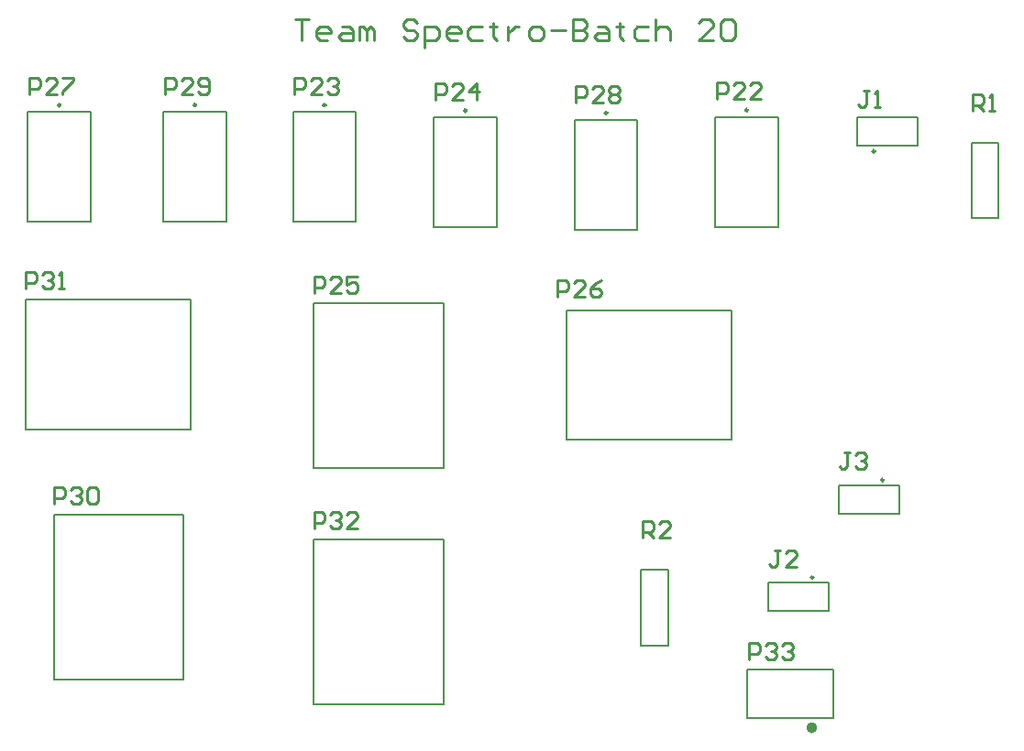
<source format=gto>
G04*
G04 #@! TF.GenerationSoftware,Altium Limited,Altium Designer,22.1.2 (22)*
G04*
G04 Layer_Color=65535*
%FSLAX25Y25*%
%MOIN*%
G70*
G04*
G04 #@! TF.SameCoordinates,D2A74ED6-6853-450D-875C-18D0DEDCCFCE*
G04*
G04*
G04 #@! TF.FilePolarity,Positive*
G04*
G01*
G75*
%ADD10C,0.00984*%
%ADD11C,0.01968*%
%ADD12C,0.00787*%
%ADD13C,0.01000*%
D10*
X173721Y238032D02*
G03*
X173721Y238032I-492J0D01*
G01*
X122539Y240000D02*
G03*
X122539Y240000I-492J0D01*
G01*
X276083Y238189D02*
G03*
X276083Y238189I-492J0D01*
G01*
X322264Y223228D02*
G03*
X322264Y223228I-492J0D01*
G01*
X75295Y240000D02*
G03*
X75295Y240000I-492J0D01*
G01*
X224902Y237126D02*
G03*
X224902Y237126I-492J0D01*
G01*
X26083Y240000D02*
G03*
X26083Y240000I-492J0D01*
G01*
X299862Y68110D02*
G03*
X299862Y68110I-492J0D01*
G01*
X325453Y103543D02*
G03*
X325453Y103543I-492J0D01*
G01*
D11*
X300197Y13386D02*
G03*
X300197Y13386I-984J0D01*
G01*
D12*
X210197Y118110D02*
X270118D01*
Y165354D01*
X210197D02*
X270118D01*
X210197Y118110D02*
Y165354D01*
X118110Y21968D02*
X165354D01*
X118110D02*
Y81889D01*
X165354D01*
Y21968D02*
Y81889D01*
X73268Y122047D02*
Y169291D01*
X13347Y122047D02*
X73268D01*
X13347D02*
Y169291D01*
X73268D01*
X23622Y31063D02*
X70866D01*
X23622D02*
Y90984D01*
X70866D01*
Y31063D02*
Y90984D01*
X118110Y107835D02*
X165354D01*
X118110D02*
Y167756D01*
X165354D01*
Y107835D02*
Y167756D01*
X161811Y235472D02*
X184646D01*
Y195472D02*
Y235472D01*
X161811Y195472D02*
X184646D01*
X161811D02*
Y235472D01*
X110630Y237441D02*
X133465D01*
Y197441D02*
Y237441D01*
X110630Y197441D02*
X133465D01*
X110630D02*
Y237441D01*
X264173Y235630D02*
X287008D01*
Y195630D02*
Y235630D01*
X264173Y195630D02*
X287008D01*
X264173D02*
Y235630D01*
X315787Y225118D02*
Y235512D01*
Y225118D02*
X337756D01*
Y235512D01*
X315787D02*
X337756D01*
X63386Y237441D02*
X86221D01*
Y197441D02*
Y237441D01*
X63386Y197441D02*
X86221D01*
X63386D02*
Y237441D01*
X212992Y234567D02*
X235827D01*
Y194567D02*
Y234567D01*
X212992Y194567D02*
X235827D01*
X212992D02*
Y234567D01*
X14173Y237441D02*
X37008D01*
Y197441D02*
Y237441D01*
X14173Y197441D02*
X37008D01*
X14173D02*
Y237441D01*
X357283Y198819D02*
X367126D01*
Y226378D01*
X357283D02*
X367126D01*
X357283Y198819D02*
Y226378D01*
X305354Y55827D02*
Y66220D01*
X283386D02*
X305354D01*
X283386Y55827D02*
Y66220D01*
Y55827D02*
X305354D01*
X330945Y91260D02*
Y101654D01*
X308976D02*
X330945D01*
X308976Y91260D02*
Y101654D01*
Y91260D02*
X330945D01*
X275787Y16929D02*
X306890D01*
X275787D02*
Y34646D01*
Y34646D02*
X306890D01*
Y16929D02*
Y34646D01*
X237205Y70866D02*
X247047D01*
X237205Y43307D02*
Y70866D01*
Y43307D02*
X247047D01*
Y70866D01*
D13*
X111236Y271338D02*
X116484D01*
X113860D01*
Y263466D01*
X123043D02*
X120420D01*
X119108Y264778D01*
Y267402D01*
X120420Y268714D01*
X123043D01*
X124355Y267402D01*
Y266090D01*
X119108D01*
X128291Y268714D02*
X130915D01*
X132227Y267402D01*
Y263466D01*
X128291D01*
X126979Y264778D01*
X128291Y266090D01*
X132227D01*
X134851Y263466D02*
Y268714D01*
X136163D01*
X137475Y267402D01*
Y263466D01*
Y267402D01*
X138786Y268714D01*
X140098Y267402D01*
Y263466D01*
X155841Y270026D02*
X154529Y271338D01*
X151906D01*
X150594Y270026D01*
Y268714D01*
X151906Y267402D01*
X154529D01*
X155841Y266090D01*
Y264778D01*
X154529Y263466D01*
X151906D01*
X150594Y264778D01*
X158465Y260842D02*
Y268714D01*
X162401D01*
X163713Y267402D01*
Y264778D01*
X162401Y263466D01*
X158465D01*
X170272D02*
X167648D01*
X166337Y264778D01*
Y267402D01*
X167648Y268714D01*
X170272D01*
X171584Y267402D01*
Y266090D01*
X166337D01*
X179456Y268714D02*
X175520D01*
X174208Y267402D01*
Y264778D01*
X175520Y263466D01*
X179456D01*
X183391Y270026D02*
Y268714D01*
X182080D01*
X184703D01*
X183391D01*
Y264778D01*
X184703Y263466D01*
X188639Y268714D02*
Y263466D01*
Y266090D01*
X189951Y267402D01*
X191263Y268714D01*
X192575D01*
X197822Y263466D02*
X200446D01*
X201758Y264778D01*
Y267402D01*
X200446Y268714D01*
X197822D01*
X196511Y267402D01*
Y264778D01*
X197822Y263466D01*
X204382Y267402D02*
X209630D01*
X212253Y271338D02*
Y263466D01*
X216189D01*
X217501Y264778D01*
Y266090D01*
X216189Y267402D01*
X212253D01*
X216189D01*
X217501Y268714D01*
Y270026D01*
X216189Y271338D01*
X212253D01*
X221437Y268714D02*
X224061D01*
X225373Y267402D01*
Y263466D01*
X221437D01*
X220125Y264778D01*
X221437Y266090D01*
X225373D01*
X229308Y270026D02*
Y268714D01*
X227996D01*
X230620D01*
X229308D01*
Y264778D01*
X230620Y263466D01*
X239804Y268714D02*
X235868D01*
X234556Y267402D01*
Y264778D01*
X235868Y263466D01*
X239804D01*
X242427Y271338D02*
Y263466D01*
Y267402D01*
X243739Y268714D01*
X246363D01*
X247675Y267402D01*
Y263466D01*
X263418D02*
X258171D01*
X263418Y268714D01*
Y270026D01*
X262106Y271338D01*
X259482D01*
X258171Y270026D01*
X266042D02*
X267354Y271338D01*
X269978D01*
X271290Y270026D01*
Y264778D01*
X269978Y263466D01*
X267354D01*
X266042Y264778D01*
Y270026D01*
X237717Y82560D02*
Y88558D01*
X240716D01*
X241715Y87559D01*
Y85559D01*
X240716Y84560D01*
X237717D01*
X239716D02*
X241715Y82560D01*
X247713D02*
X243715D01*
X247713Y86559D01*
Y87559D01*
X246714Y88558D01*
X244714D01*
X243715Y87559D01*
X357817Y238060D02*
Y244058D01*
X360816D01*
X361815Y243059D01*
Y241059D01*
X360816Y240060D01*
X357817D01*
X359816D02*
X361815Y238060D01*
X363815D02*
X365814D01*
X364814D01*
Y244058D01*
X363815Y243059D01*
X276317Y38160D02*
Y44158D01*
X279316D01*
X280315Y43159D01*
Y41159D01*
X279316Y40160D01*
X276317D01*
X282315Y43159D02*
X283314Y44158D01*
X285314D01*
X286313Y43159D01*
Y42159D01*
X285314Y41159D01*
X284314D01*
X285314D01*
X286313Y40160D01*
Y39160D01*
X285314Y38160D01*
X283314D01*
X282315Y39160D01*
X288313Y43159D02*
X289312Y44158D01*
X291312D01*
X292311Y43159D01*
Y42159D01*
X291312Y41159D01*
X290312D01*
X291312D01*
X292311Y40160D01*
Y39160D01*
X291312Y38160D01*
X289312D01*
X288313Y39160D01*
X118217Y85760D02*
Y91758D01*
X121216D01*
X122215Y90759D01*
Y88759D01*
X121216Y87760D01*
X118217D01*
X124215Y90759D02*
X125214Y91758D01*
X127214D01*
X128213Y90759D01*
Y89759D01*
X127214Y88759D01*
X126214D01*
X127214D01*
X128213Y87760D01*
Y86760D01*
X127214Y85760D01*
X125214D01*
X124215Y86760D01*
X134211Y85760D02*
X130213D01*
X134211Y89759D01*
Y90759D01*
X133212Y91758D01*
X131212D01*
X130213Y90759D01*
X13417Y173160D02*
Y179158D01*
X16416D01*
X17415Y178159D01*
Y176159D01*
X16416Y175160D01*
X13417D01*
X19415Y178159D02*
X20414Y179158D01*
X22414D01*
X23413Y178159D01*
Y177159D01*
X22414Y176159D01*
X21414D01*
X22414D01*
X23413Y175160D01*
Y174160D01*
X22414Y173160D01*
X20414D01*
X19415Y174160D01*
X25413Y173160D02*
X27412D01*
X26412D01*
Y179158D01*
X25413Y178159D01*
X23717Y94860D02*
Y100858D01*
X26716D01*
X27715Y99859D01*
Y97859D01*
X26716Y96860D01*
X23717D01*
X29715Y99859D02*
X30714Y100858D01*
X32714D01*
X33713Y99859D01*
Y98859D01*
X32714Y97859D01*
X31714D01*
X32714D01*
X33713Y96860D01*
Y95860D01*
X32714Y94860D01*
X30714D01*
X29715Y95860D01*
X35713Y99859D02*
X36712Y100858D01*
X38712D01*
X39711Y99859D01*
Y95860D01*
X38712Y94860D01*
X36712D01*
X35713Y95860D01*
Y99859D01*
X63917Y243960D02*
Y249958D01*
X66916D01*
X67915Y248959D01*
Y246959D01*
X66916Y245960D01*
X63917D01*
X73913Y243960D02*
X69915D01*
X73913Y247959D01*
Y248959D01*
X72914Y249958D01*
X70914D01*
X69915Y248959D01*
X75913Y244960D02*
X76912Y243960D01*
X78912D01*
X79911Y244960D01*
Y248959D01*
X78912Y249958D01*
X76912D01*
X75913Y248959D01*
Y247959D01*
X76912Y246959D01*
X79911D01*
X213517Y241060D02*
Y247058D01*
X216516D01*
X217515Y246059D01*
Y244059D01*
X216516Y243060D01*
X213517D01*
X223513Y241060D02*
X219515D01*
X223513Y245059D01*
Y246059D01*
X222514Y247058D01*
X220514D01*
X219515Y246059D01*
X225513D02*
X226512Y247058D01*
X228512D01*
X229511Y246059D01*
Y245059D01*
X228512Y244059D01*
X229511Y243060D01*
Y242060D01*
X228512Y241060D01*
X226512D01*
X225513Y242060D01*
Y243060D01*
X226512Y244059D01*
X225513Y245059D01*
Y246059D01*
X226512Y244059D02*
X228512D01*
X14717Y243960D02*
Y249958D01*
X17716D01*
X18715Y248959D01*
Y246959D01*
X17716Y245960D01*
X14717D01*
X24713Y243960D02*
X20715D01*
X24713Y247959D01*
Y248959D01*
X23714Y249958D01*
X21714D01*
X20715Y248959D01*
X26713Y249958D02*
X30711D01*
Y248959D01*
X26713Y244960D01*
Y243960D01*
X206570Y170229D02*
Y176227D01*
X209569D01*
X210568Y175228D01*
Y173228D01*
X209569Y172229D01*
X206570D01*
X216566Y170229D02*
X212568D01*
X216566Y174228D01*
Y175228D01*
X215567Y176227D01*
X213567D01*
X212568Y175228D01*
X222564Y176227D02*
X220565Y175228D01*
X218566Y173228D01*
Y171229D01*
X219565Y170229D01*
X221565D01*
X222564Y171229D01*
Y172229D01*
X221565Y173228D01*
X218566D01*
X118217Y171660D02*
Y177658D01*
X121216D01*
X122215Y176659D01*
Y174659D01*
X121216Y173660D01*
X118217D01*
X128213Y171660D02*
X124215D01*
X128213Y175659D01*
Y176659D01*
X127214Y177658D01*
X125214D01*
X124215Y176659D01*
X134211Y177658D02*
X130213D01*
Y174659D01*
X132212Y175659D01*
X133212D01*
X134211Y174659D01*
Y172660D01*
X133212Y171660D01*
X131212D01*
X130213Y172660D01*
X162317Y242060D02*
Y248058D01*
X165316D01*
X166315Y247059D01*
Y245059D01*
X165316Y244060D01*
X162317D01*
X172313Y242060D02*
X168315D01*
X172313Y246059D01*
Y247059D01*
X171314Y248058D01*
X169314D01*
X168315Y247059D01*
X177312Y242060D02*
Y248058D01*
X174313Y245059D01*
X178311D01*
X111117Y243960D02*
Y249958D01*
X114116D01*
X115115Y248959D01*
Y246959D01*
X114116Y245960D01*
X111117D01*
X121113Y243960D02*
X117115D01*
X121113Y247959D01*
Y248959D01*
X120114Y249958D01*
X118114D01*
X117115Y248959D01*
X123113D02*
X124112Y249958D01*
X126112D01*
X127111Y248959D01*
Y247959D01*
X126112Y246959D01*
X125112D01*
X126112D01*
X127111Y245960D01*
Y244960D01*
X126112Y243960D01*
X124112D01*
X123113Y244960D01*
X264717Y242160D02*
Y248158D01*
X267716D01*
X268715Y247159D01*
Y245159D01*
X267716Y244160D01*
X264717D01*
X274713Y242160D02*
X270715D01*
X274713Y246159D01*
Y247159D01*
X273714Y248158D01*
X271714D01*
X270715Y247159D01*
X280711Y242160D02*
X276713D01*
X280711Y246159D01*
Y247159D01*
X279712Y248158D01*
X277712D01*
X276713Y247159D01*
X313215Y113558D02*
X311216D01*
X312216D01*
Y108560D01*
X311216Y107560D01*
X310216D01*
X309217Y108560D01*
X315215Y112559D02*
X316214Y113558D01*
X318214D01*
X319213Y112559D01*
Y111559D01*
X318214Y110559D01*
X317214D01*
X318214D01*
X319213Y109560D01*
Y108560D01*
X318214Y107560D01*
X316214D01*
X315215Y108560D01*
X287615Y78058D02*
X285616D01*
X286616D01*
Y73060D01*
X285616Y72060D01*
X284616D01*
X283617Y73060D01*
X293613Y72060D02*
X289615D01*
X293613Y76059D01*
Y77059D01*
X292614Y78058D01*
X290614D01*
X289615Y77059D01*
X320015Y245258D02*
X318016D01*
X319016D01*
Y240260D01*
X318016Y239260D01*
X317016D01*
X316017Y240260D01*
X322015Y239260D02*
X324014D01*
X323014D01*
Y245258D01*
X322015Y244259D01*
M02*

</source>
